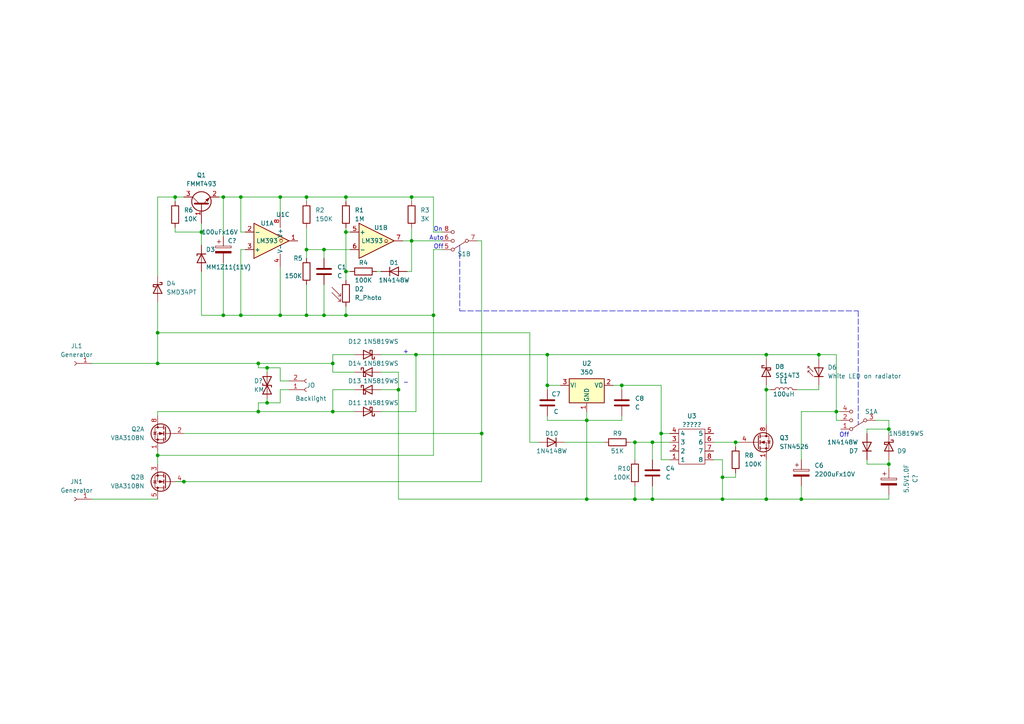
<source format=kicad_sch>
(kicad_sch (version 20211123) (generator eeschema)
  (paper "A4")
  (title_block (title "JY7070") (rev "v4"))
  (lib_symbols
    (symbol "Comparator:LM393" (pin_names (offset 0.127))
      (property "Reference" "U" (at 3.81 3.81 0))
      (property "Value" "LM393" (at 6.35 -3.81 0))
      (symbol "LM393_1_1"
        (polyline (pts (xy -5.08 5.08) (xy 5.08 0) (xy -5.08 -5.08) (xy -5.08 5.08)) (stroke (width 0.254)) (fill (type background)))
        (polyline (pts (xy 3.302 -0.508) (xy 2.794 -0.508) (xy 3.302 0) (xy 2.794 0.508) (xy 2.286 0) (xy 2.794 -0.508) (xy 2.286 -0.508)) (stroke (width 0.127)))
        (pin open_collector line (at 7.62 0 180) (length 2.54) (name "~") (number "1"))
        (pin input line (at -7.62 -2.54 0) (length 2.54) (name "-") (number "2"))
        (pin input line (at -7.62 2.54 0) (length 2.54) (name "+") (number "3"))
      )
      (symbol "LM393_2_1"
        (polyline (pts (xy -5.08 5.08) (xy 5.08 0) (xy -5.08 -5.08) (xy -5.08 5.08)) (stroke (width 0.254)) (fill (type background)))
        (polyline (pts (xy 3.302 -0.508) (xy 2.794 -0.508) (xy 3.302 0) (xy 2.794 0.508) (xy 2.286 0) (xy 2.794 -0.508) (xy 2.286 -0.508)) (stroke (width 0.127)))
        (pin input line (at -7.62 2.54 0) (length 2.54) (name "+") (number "5"))
        (pin input line (at -7.62 -2.54 0) (length 2.54) (name "-") (number "6"))
        (pin open_collector line (at 7.62 0 180) (length 2.54) (name "~") (number "7"))
      )
      (symbol "LM393_3_1"
        (pin power_in line (at -2.54 -7.62 90) (length 3.81) (name "V-") (number "4"))
        (pin power_in line (at -2.54 7.62 270) (length 3.81) (name "V+") (number "8"))
      )
    )
    (symbol "Connector:Conn_01x01_Female" (pin_names (offset 1.016) hide)
      (property "Reference" "J" (at 0 2.54 0))
      (property "Value" "Conn_01x01_Female" (at 0 -2.54 0))
      (symbol "Conn_01x01_Female_1_1"
        (polyline (pts (xy -1.27 0) (xy -0.508 0)) (stroke (width 0.1524)))
        (arc (start 0 0.508) (mid -0.508 0) (end 0 -0.508) (stroke (width 0.1524)))
        (pin passive line (at -5.08 0 0) (length 3.81) (name "Pin_1") (number "1"))
      )
    )
    (symbol "Connector:Conn_01x02_Female" (pin_names (offset 1.016) hide)
      (property "Reference" "J" (at 0 2.54 0))
      (property "Value" "Conn_01x02_Female" (at 0 -5.08 0))
      (symbol "Conn_01x02_Female_1_1"
        (arc (start 0 -2.032) (mid -0.508 -2.54) (end 0 -3.048) (stroke (width 0.1524)))
        (polyline (pts (xy -1.27 -2.54) (xy -0.508 -2.54)) (stroke (width 0.1524)))
        (polyline (pts (xy -1.27 0) (xy -0.508 0)) (stroke (width 0.1524)))
        (arc (start 0 0.508) (mid -0.508 0) (end 0 -0.508) (stroke (width 0.1524)))
        (pin passive line (at -5.08 0 0) (length 3.81) (name "Pin_1") (number "1"))
        (pin passive line (at -5.08 -2.54 0) (length 3.81) (name "Pin_2") (number "2"))
      )
    )
    (symbol "Device:C" (pin_numbers hide) (pin_names (offset 0.254))
      (property "Reference" "C" (at 0.635 2.54 0))
      (property "Value" "C" (at 0.635 -2.54 0))
      (symbol "C_0_1"
        (polyline (pts (xy -2.032 -0.762) (xy 2.032 -0.762)) (stroke (width 0.508)))
        (polyline (pts (xy -2.032 0.762) (xy 2.032 0.762)) (stroke (width 0.508)))
      )
      (symbol "C_1_1"
        (pin passive line (at 0 3.81 270) (length 2.794) (name "~") (number "1"))
        (pin passive line (at 0 -3.81 90) (length 2.794) (name "~") (number "2"))
      )
    )
    (symbol "Device:C_Polarized" (pin_numbers hide) (pin_names (offset 0.254))
      (property "Reference" "C" (at 0.635 2.54 0))
      (property "Value" "C_Polarized" (at 0.635 -2.54 0))
      (symbol "C_Polarized_0_1"
        (rectangle (start -2.286 0.508) (end 2.286 1.016))
        (polyline (pts (xy -1.778 2.286) (xy -0.762 2.286)))
        (polyline (pts (xy -1.27 2.794) (xy -1.27 1.778)))
        (rectangle (start 2.286 -0.508) (end -2.286 -1.016) (fill (type outline)))
      )
      (symbol "C_Polarized_1_1"
        (pin passive line (at 0 3.81 270) (length 2.794) (name "~") (number "1"))
        (pin passive line (at 0 -3.81 90) (length 2.794) (name "~") (number "2"))
      )
    )
    (symbol "Device:D_TVS" (pin_numbers hide) (pin_names (offset 1.016) hide)
      (property "Reference" "D" (at 0 2.54 0))
      (property "Value" "D_TVS" (at 0 -2.54 0))
      (symbol "D_TVS_0_1"
        (polyline (pts (xy 1.27 0) (xy -1.27 0)))
        (polyline (pts (xy 0.508 1.27) (xy 0 1.27) (xy 0 -1.27) (xy -0.508 -1.27)) (stroke (width 0.254)))
        (polyline (pts (xy -2.54 1.27) (xy -2.54 -1.27) (xy 2.54 1.27) (xy 2.54 -1.27) (xy -2.54 1.27)) (stroke (width 0.254)))
      )
      (symbol "D_TVS_1_1"
        (pin passive line (at -3.81 0 0) (length 2.54) (name "A1") (number "1"))
        (pin passive line (at 3.81 0 180) (length 2.54) (name "A2") (number "2"))
      )
    )
    (symbol "Device:L" (pin_numbers hide) (pin_names (offset 1.016) hide)
      (property "Reference" "L" (at -1.27 0 90))
      (property "Value" "L" (at 1.905 0 90))
      (symbol "L_0_1"
        (arc (start 0 -2.54) (mid 0.635 -1.905) (end 0 -1.27))
        (arc (start 0 -1.27) (mid 0.635 -0.635) (end 0 0))
        (arc (start 0 0) (mid 0.635 0.635) (end 0 1.27))
        (arc (start 0 1.27) (mid 0.635 1.905) (end 0 2.54))
      )
      (symbol "L_1_1"
        (pin passive line (at 0 3.81 270) (length 1.27) (name "1") (number "1"))
        (pin passive line (at 0 -3.81 90) (length 1.27) (name "2") (number "2"))
      )
    )
    (symbol "Device:R" (pin_numbers hide) (pin_names (offset 0))
      (property "Reference" "R" (at 2.032 0 90))
      (property "Value" "R" (at 0 0 90))
      (symbol "R_0_1"
        (rectangle (start -1.016 -2.54) (end 1.016 2.54) (stroke (width 0.254)))
      )
      (symbol "R_1_1"
        (pin passive line (at 0 3.81 270) (length 1.27) (name "~") (number "1"))
        (pin passive line (at 0 -3.81 90) (length 1.27) (name "~") (number "2"))
      )
    )
    (symbol "Device:R_Photo" (pin_numbers hide) (pin_names (offset 0))
      (property "Reference" "R" (at 1.27 1.27 0))
      (property "Value" "R_Photo" (at 1.27 0 0))
      (symbol "R_Photo_0_1"
        (rectangle (start -1.016 2.54) (end 1.016 -2.54) (stroke (width 0.254)))
        (polyline (pts (xy -1.524 -2.286) (xy -4.064 0.254)))
        (polyline (pts (xy -1.524 -2.286) (xy -2.286 -2.286)))
        (polyline (pts (xy -1.524 -2.286) (xy -1.524 -1.524)))
        (polyline (pts (xy -1.524 -0.762) (xy -4.064 1.778)))
        (polyline (pts (xy -1.524 -0.762) (xy -2.286 -0.762)))
        (polyline (pts (xy -1.524 -0.762) (xy -1.524 0)))
      )
      (symbol "R_Photo_1_1"
        (pin passive line (at 0 3.81 270) (length 1.27) (name "~") (number "1"))
        (pin passive line (at 0 -3.81 90) (length 1.27) (name "~") (number "2"))
      )
    )
    (symbol "Diode:1N4148W" (pin_numbers hide) (pin_names hide)
      (property "Reference" "D" (at 0 2.54 0))
      (property "Value" "1N4148W" (at 0 -2.54 0))
      (symbol "1N4148W_0_1"
        (polyline (pts (xy -1.27 1.27) (xy -1.27 -1.27)) (stroke (width 0.254)))
        (polyline (pts (xy 1.27 0) (xy -1.27 0)))
        (polyline (pts (xy 1.27 1.27) (xy 1.27 -1.27) (xy -1.27 0) (xy 1.27 1.27)) (stroke (width 0.254)))
      )
      (symbol "1N4148W_1_1"
        (pin passive line (at -3.81 0 0) (length 2.54) (name "K") (number "1"))
        (pin passive line (at 3.81 0 180) (length 2.54) (name "A") (number "2"))
      )
    )
    (symbol "Diode:1N5819WS" (pin_numbers hide) (pin_names (offset 1.016) hide)
      (property "Reference" "D" (at 0 2.54 0))
      (property "Value" "1N5819WS" (at 0 -2.54 0))
      (symbol "1N5819WS_0_1"
        (polyline (pts (xy 1.27 0) (xy -1.27 0)))
        (polyline (pts (xy 1.27 1.27) (xy 1.27 -1.27) (xy -1.27 0) (xy 1.27 1.27)) (stroke (width 0.254)))
        (polyline (pts (xy -1.905 0.635) (xy -1.905 1.27) (xy -1.27 1.27) (xy -1.27 -1.27) (xy -0.635 -1.27) (xy -0.635 -0.635)) (stroke (width 0.254)))
      )
      (symbol "1N5819WS_1_1"
        (pin passive line (at -3.81 0 0) (length 2.54) (name "K") (number "1"))
        (pin passive line (at 3.81 0 180) (length 2.54) (name "A") (number "2"))
      )
    )
    (symbol "Diode:B160-E3" (pin_numbers hide) (pin_names hide)
      (property "Reference" "D" (at 0 2.54 0))
      (property "Value" "B160-E3" (at 0 -2.54 0))
      (symbol "B160-E3_0_1"
        (polyline (pts (xy 1.27 0) (xy -1.27 0)))
        (polyline (pts (xy 1.27 1.27) (xy 1.27 -1.27) (xy -1.27 0) (xy 1.27 1.27)) (stroke (width 0.254)))
        (polyline (pts (xy -1.905 0.635) (xy -1.905 1.27) (xy -1.27 1.27) (xy -1.27 -1.27) (xy -0.635 -1.27) (xy -0.635 -0.635)) (stroke (width 0.254)))
      )
      (symbol "B160-E3_1_1"
        (pin passive line (at -3.81 0 0) (length 2.54) (name "K") (number "1"))
        (pin passive line (at 3.81 0 180) (length 2.54) (name "A") (number "2"))
      )
    )
    (symbol "Diode:BAT42W-V" (pin_numbers hide) (pin_names (offset 1.016) hide)
      (property "Reference" "D" (at 0 2.54 0))
      (property "Value" "BAT42W-V" (at 0 -2.54 0))
      (symbol "BAT42W-V_0_1"
        (polyline (pts (xy 1.27 0) (xy -1.27 0)))
        (polyline (pts (xy 1.27 1.27) (xy 1.27 -1.27) (xy -1.27 0) (xy 1.27 1.27)) (stroke (width 0.254)))
        (polyline (pts (xy -1.905 0.635) (xy -1.905 1.27) (xy -1.27 1.27) (xy -1.27 -1.27) (xy -0.635 -1.27) (xy -0.635 -0.635)) (stroke (width 0.254)))
      )
      (symbol "BAT42W-V_1_1"
        (pin passive line (at -3.81 0 0) (length 2.54) (name "K") (number "1"))
        (pin passive line (at 3.81 0 180) (length 2.54) (name "A") (number "2"))
      )
    )
    (symbol "Diode:DZ2S110X0L" (pin_numbers hide) (pin_names hide)
      (property "Reference" "D" (at 0 2.54 0))
      (property "Value" "DZ2S110X0L" (at 0 -2.54 0))
      (symbol "DZ2S110X0L_0_1"
        (polyline (pts (xy 1.27 0) (xy -1.27 0)))
        (polyline (pts (xy -1.27 -1.27) (xy -1.27 1.27) (xy -0.762 1.27)) (stroke (width 0.254)))
        (polyline (pts (xy 1.27 -1.27) (xy 1.27 1.27) (xy -1.27 0) (xy 1.27 -1.27)) (stroke (width 0.254)))
      )
      (symbol "DZ2S110X0L_1_1"
        (pin passive line (at -3.81 0 0) (length 2.54) (name "K") (number "1"))
        (pin passive line (at 3.81 0 180) (length 2.54) (name "A") (number "2"))
      )
    )
    (symbol "LED:IR204A" (pin_numbers hide) (pin_names (offset 1.016) hide)
      (property "Reference" "D" (at 0.508 1.778 0))
      (property "Value" "IR204A" (at -1.016 -2.794 0))
      (symbol "IR204A_0_1"
        (polyline (pts (xy -2.54 1.27) (xy -2.54 -1.27)) (stroke (width 0.254)))
        (polyline (pts (xy 0 0) (xy -2.54 0)))
        (polyline (pts (xy 0.381 3.175) (xy -0.127 3.175)))
        (polyline (pts (xy -1.143 1.651) (xy 0.381 3.175) (xy 0.381 2.667)))
        (polyline (pts (xy 0 1.27) (xy -2.54 0) (xy 0 -1.27) (xy 0 1.27)) (stroke (width 0.254)))
        (polyline (pts (xy -2.413 1.651) (xy -0.889 3.175) (xy -0.889 2.667) (xy -0.889 3.175) (xy -1.397 3.175)))
      )
      (symbol "IR204A_1_1"
        (pin passive line (at -5.08 0 0) (length 2.54) (name "K") (number "1"))
        (pin passive line (at 2.54 0 180) (length 2.54) (name "A") (number "2"))
      )
    )
    (symbol "Regulator_Linear:AP2127N-3.3" (pin_names (offset 0.254))
      (property "Reference" "U" (at -3.81 3.175 0))
      (property "Value" "AP2127N-3.3" (at 0 3.175 0))
      (symbol "AP2127N-3.3_0_1"
        (rectangle (start -5.08 1.905) (end 5.08 -5.08) (stroke (width 0.254)) (fill (type background)))
      )
      (symbol "AP2127N-3.3_1_1"
        (pin power_in line (at 0 -7.62 90) (length 2.54) (name "GND") (number "1"))
        (pin power_out line (at 7.62 0 180) (length 2.54) (name "VO") (number "2"))
        (pin power_in line (at -7.62 0 0) (length 2.54) (name "VI") (number "3"))
      )
    )
    (symbol "Switch:SW_DP3T" (pin_names (offset 0) hide)
      (property "Reference" "SW" (at 0 5.08 0))
      (property "Value" "SW_DP3T" (at 0 -5.08 0))
      (symbol "SW_DP3T_0_1"
        (circle (center -2.032 0) (radius 0.4572))
        (polyline (pts (xy -1.651 0.254) (xy 1.651 2.286)))
        (circle (center 2.032 -2.54) (radius 0.4572))
        (circle (center 2.032 0) (radius 0.4572))
        (circle (center 2.032 2.54) (radius 0.4572))
      )
      (symbol "SW_DP3T_1_1"
        (pin passive line (at 5.08 2.54 180) (length 2.54) (name "1") (number "1"))
        (pin passive line (at 5.08 0 180) (length 2.54) (name "2") (number "2"))
        (pin passive line (at -5.08 0 0) (length 2.54) (name "3") (number "3"))
        (pin passive line (at 5.08 -2.54 180) (length 2.54) (name "4") (number "4"))
      )
      (symbol "SW_DP3T_2_1"
        (pin passive line (at 5.08 2.54 180) (length 2.54) (name "5") (number "5"))
        (pin passive line (at 5.08 0 180) (length 2.54) (name "6") (number "6"))
        (pin passive line (at -5.08 0 0) (length 2.54) (name "7") (number "7"))
        (pin passive line (at 5.08 -2.54 180) (length 2.54) (name "8") (number "8"))
      )
    )
    (symbol "Transistor_BJT:BC847" (pin_names (offset 0) hide)
      (property "Reference" "Q" (at 5.08 1.905 0))
      (property "Value" "BC847" (at 5.08 0 0))
      (symbol "BC847_0_1"
        (polyline (pts (xy 0.635 0.635) (xy 2.54 2.54)))
        (polyline (pts (xy 0.635 -0.635) (xy 2.54 -2.54) (xy 2.54 -2.54)))
        (polyline (pts (xy 0.635 1.905) (xy 0.635 -1.905) (xy 0.635 -1.905)) (stroke (width 0.508)))
        (polyline (pts (xy 1.27 -1.778) (xy 1.778 -1.27) (xy 2.286 -2.286) (xy 1.27 -1.778) (xy 1.27 -1.778)) (fill (type outline)))
        (circle (center 1.27 0) (radius 2.8194) (stroke (width 0.254)))
      )
      (symbol "BC847_1_1"
        (pin input line (at -5.08 0 0) (length 5.715) (name "B") (number "1"))
        (pin passive line (at 2.54 -5.08 90) (length 2.54) (name "E") (number "2"))
        (pin passive line (at 2.54 5.08 270) (length 2.54) (name "C") (number "3"))
      )
    )
    (symbol "Transistor_FET:STS2DNE60" (pin_names hide)
      (property "Reference" "Q" (at 5.08 1.905 0))
      (property "Value" "STS2DNE60" (at 5.08 0 0))
      (symbol "STS2DNE60_0_1"
        (polyline (pts (xy 0.254 0) (xy -2.54 0)))
        (polyline (pts (xy 0.254 1.905) (xy 0.254 -1.905)) (stroke (width 0.254)))
        (polyline (pts (xy 0.762 -1.27) (xy 0.762 -2.286)) (stroke (width 0.254)))
        (polyline (pts (xy 0.762 0.508) (xy 0.762 -0.508)) (stroke (width 0.254)))
        (polyline (pts (xy 0.762 2.286) (xy 0.762 1.27)) (stroke (width 0.254)))
        (polyline (pts (xy 2.54 2.54) (xy 2.54 1.778)))
        (polyline (pts (xy 2.54 -2.54) (xy 2.54 0) (xy 0.762 0)))
        (polyline (pts (xy 0.762 -1.778) (xy 3.302 -1.778) (xy 3.302 1.778) (xy 0.762 1.778)))
        (polyline (pts (xy 1.016 0) (xy 2.032 0.381) (xy 2.032 -0.381) (xy 1.016 0)) (fill (type outline)))
        (polyline (pts (xy 2.794 0.508) (xy 2.921 0.381) (xy 3.683 0.381) (xy 3.81 0.254)))
        (polyline (pts (xy 3.302 0.381) (xy 2.921 -0.254) (xy 3.683 -0.254) (xy 3.302 0.381)))
        (circle (center 1.651 0) (radius 2.794) (stroke (width 0.254)))
        (circle (center 2.54 -1.778) (radius 0.254) (fill (type outline)))
        (circle (center 2.54 1.778) (radius 0.254) (fill (type outline)))
      )
      (symbol "STS2DNE60_1_1"
        (pin passive line (at 2.54 -5.08 90) (length 2.54) (name "S1") (number "1"))
        (pin passive line (at -5.08 0 0) (length 2.54) (name "G1") (number "2"))
        (pin passive line (at 2.54 5.08 270) (length 2.54) hide (name "D1") (number "7"))
        (pin passive line (at 2.54 5.08 270) (length 2.54) (name "D1") (number "8"))
      )
      (symbol "STS2DNE60_2_1"
        (pin passive line (at 2.54 -5.08 90) (length 2.54) (name "S2") (number "3"))
        (pin passive line (at -5.08 0 0) (length 2.54) (name "G2") (number "4"))
        (pin passive line (at 2.54 5.08 270) (length 2.54) (name "D2") (number "5"))
        (pin passive line (at 2.54 5.08 270) (length 2.54) hide (name "D2") (number "6"))
      )
    )
    (symbol "Transistor_FET:Si4162DY" (pin_names hide)
      (property "Reference" "Q" (at 5.08 2.54 0))
      (property "Value" "Si4162DY" (at 5.08 0 0))
      (symbol "Si4162DY_0_1"
        (polyline (pts (xy 0.254 0) (xy -2.54 0)))
        (polyline (pts (xy 0.254 1.905) (xy 0.254 -1.905)) (stroke (width 0.254)))
        (polyline (pts (xy 0.762 -1.27) (xy 0.762 -2.286)) (stroke (width 0.254)))
        (polyline (pts (xy 0.762 0.508) (xy 0.762 -0.508)) (stroke (width 0.254)))
        (polyline (pts (xy 0.762 2.286) (xy 0.762 1.27)) (stroke (width 0.254)))
        (polyline (pts (xy 2.54 2.54) (xy 2.54 1.778)))
        (polyline (pts (xy 2.54 -2.54) (xy 2.54 0) (xy 0.762 0)))
        (polyline (pts (xy 0.762 -1.778) (xy 3.302 -1.778) (xy 3.302 1.778) (xy 0.762 1.778)))
        (polyline (pts (xy 1.016 0) (xy 2.032 0.381) (xy 2.032 -0.381) (xy 1.016 0)) (fill (type outline)))
        (polyline (pts (xy 2.794 0.508) (xy 2.921 0.381) (xy 3.683 0.381) (xy 3.81 0.254)))
        (polyline (pts (xy 3.302 0.381) (xy 2.921 -0.254) (xy 3.683 -0.254) (xy 3.302 0.381)))
        (circle (center 1.651 0) (radius 2.794) (stroke (width 0.254)))
        (circle (center 2.54 -1.778) (radius 0.254) (fill (type outline)))
        (circle (center 2.54 1.778) (radius 0.254) (fill (type outline)))
      )
      (symbol "Si4162DY_1_1"
        (pin passive line (at 2.54 -5.08 90) (length 2.54) (name "S") (number "1"))
        (pin passive line (at 2.54 -5.08 90) (length 2.54) hide (name "S") (number "2"))
        (pin passive line (at 2.54 -5.08 90) (length 2.54) hide (name "S") (number "3"))
        (pin input line (at -5.08 0 0) (length 2.54) (name "G") (number "4"))
        (pin passive line (at 2.54 5.08 270) (length 2.54) hide (name "D") (number "5"))
        (pin passive line (at 2.54 5.08 270) (length 2.54) hide (name "D") (number "6"))
        (pin passive line (at 2.54 5.08 270) (length 2.54) hide (name "D") (number "7"))
        (pin passive line (at 2.54 5.08 270) (length 2.54) (name "D") (number "8"))
      )
    )
    (symbol "jy7070v4_chips:U3"
      (property "Reference" "U?" (at 0 10.16 0))
      (property "Value" "U3" (at 0 7.62 0))
      (symbol "U3_0_1"
        (rectangle (start -3.81 6.35) (end 3.81 -3.81))
      )
      (symbol "U3_1_1"
        (pin input line (at 6.35 -2.54 180) (length 2.54) (name "1") (number "1"))
        (pin input line (at 6.35 0 180) (length 2.54) (name "2") (number "2"))
        (pin input line (at 6.35 2.54 180) (length 2.54) (name "3") (number "3"))
        (pin input line (at 6.35 5.08 180) (length 2.54) (name "4") (number "4"))
        (pin input line (at -6.35 5.08 0) (length 2.54) (name "5") (number "5"))
        (pin input line (at -6.35 2.54 0) (length 2.54) (name "6") (number "6"))
        (pin input line (at -6.35 0 0) (length 2.54) (name "7") (number "7"))
        (pin input line (at -6.35 -2.54 0) (length 2.54) (name "8") (number "8"))
      )
    )
  )
  (junction (at 58.42 67.31))
  (junction (at 64.77 91.44))
  (junction (at 189.23 128.27))
  (junction (at 74.93 105.41))
  (junction (at 100.33 57.15))
  (junction (at 96.52 105.41))
  (junction (at 139.7 125.73))
  (junction (at 88.9 57.15))
  (junction (at 209.55 144.78))
  (junction (at 170.18 144.78))
  (junction (at 170.18 121.92))
  (junction (at 100.33 67.31))
  (junction (at 53.34 139.7))
  (junction (at 93.98 91.44))
  (junction (at 100.33 78.74))
  (junction (at 222.25 113.03))
  (junction (at 64.77 57.15))
  (junction (at 119.38 69.85))
  (junction (at 93.98 72.39))
  (junction (at 77.47 106.68))
  (junction (at 222.25 144.78))
  (junction (at 81.28 57.15))
  (junction (at 74.93 119.38))
  (junction (at 81.28 91.44))
  (junction (at 184.15 144.78))
  (junction (at 242.57 119.38))
  (junction (at 69.85 57.15))
  (junction (at 213.36 128.27))
  (junction (at 158.75 111.76))
  (junction (at 100.33 91.44))
  (junction (at 237.49 102.87))
  (junction (at 180.34 111.76))
  (junction (at 45.72 96.52))
  (junction (at 257.81 124.46))
  (junction (at 189.23 144.78))
  (junction (at 96.52 119.38))
  (junction (at 257.81 134.62))
  (junction (at 120.65 102.87))
  (junction (at 125.73 91.44))
  (junction (at 50.8 57.15))
  (junction (at 232.41 144.78))
  (junction (at 77.47 116.84))
  (junction (at 158.75 102.87))
  (junction (at 88.9 72.39))
  (junction (at 191.77 125.73))
  (junction (at 45.72 132.08))
  (junction (at 184.15 128.27))
  (junction (at 119.38 57.15))
  (junction (at 88.9 91.44))
  (junction (at 45.72 105.41))
  (junction (at 209.55 138.43))
  (junction (at 69.85 91.44))
  (junction (at 222.25 102.87))
  (junction (at 115.57 113.03))
  (wire (pts (xy 88.9 57.15) (xy 100.33 57.15)))
  (wire (pts (xy 45.72 105.41) (xy 26.67 105.41)))
  (wire (pts (xy 180.34 111.76) (xy 180.34 113.03)))
  (wire (pts (xy 102.87 113.03) (xy 96.52 113.03)))
  (wire (pts (xy 110.49 102.87) (xy 120.65 102.87)))
  (wire (pts (xy 96.52 105.41) (xy 96.52 102.87)))
  (wire (pts (xy 257.81 144.78) (xy 232.41 144.78)))
  (wire (pts (xy 100.33 57.15) (xy 100.33 58.42)))
  (wire (pts (xy 69.85 57.15) (xy 69.85 67.31)))
  (wire (pts (xy 139.7 125.73) (xy 139.7 139.7)))
  (wire (pts (xy 96.52 119.38) (xy 102.87 119.38)))
  (wire (pts (xy 257.81 134.62) (xy 257.81 133.35)))
  (wire (pts (xy 69.85 72.39) (xy 69.85 91.44)))
  (wire (pts (xy 88.9 82.55) (xy 88.9 91.44)))
  (wire (pts (xy 81.28 91.44) (xy 69.85 91.44)))
  (wire (pts (xy 50.8 139.7) (xy 53.34 139.7)))
  (wire (pts (xy 177.8 111.76) (xy 180.34 111.76)))
  (wire (pts (xy 156.21 128.27) (xy 153.67 128.27)))
  (wire (pts (xy 120.65 102.87) (xy 120.65 119.38)))
  (wire (pts (xy 96.52 113.03) (xy 96.52 119.38)))
  (wire (pts (xy 81.28 113.03) (xy 81.28 116.84)))
  (wire (pts (xy 180.34 111.76) (xy 191.77 111.76)))
  (wire (pts (xy 81.28 57.15) (xy 69.85 57.15)))
  (wire (pts (xy 189.23 128.27) (xy 194.31 128.27)))
  (wire (pts (xy 189.23 128.27) (xy 184.15 128.27)))
  (wire (pts (xy 237.49 102.87) (xy 242.57 102.87)))
  (wire (pts (xy 53.34 57.15) (xy 50.8 57.15)))
  (wire (pts (xy 77.47 116.84) (xy 81.28 116.84)))
  (wire (pts (xy 74.93 116.84) (xy 74.93 119.38)))
  (wire (pts (xy 53.34 125.73) (xy 139.7 125.73)))
  (wire (pts (xy 242.57 119.38) (xy 242.57 121.92)))
  (wire (pts (xy 64.77 68.58) (xy 64.77 57.15)))
  (wire (pts (xy 209.55 138.43) (xy 209.55 144.78)))
  (polyline (pts (xy 133.35 90.17) (xy 248.92 90.17)))
  (wire (pts (xy 125.73 72.39) (xy 128.27 72.39)))
  (wire (pts (xy 69.85 72.39) (xy 71.12 72.39)))
  (wire (pts (xy 77.47 106.68) (xy 81.28 106.68)))
  (wire (pts (xy 96.52 105.41) (xy 96.52 107.95)))
  (wire (pts (xy 158.75 102.87) (xy 222.25 102.87)))
  (wire (pts (xy 50.8 67.31) (xy 58.42 67.31)))
  (wire (pts (xy 115.57 107.95) (xy 115.57 113.03)))
  (wire (pts (xy 254 121.92) (xy 257.81 121.92)))
  (wire (pts (xy 180.34 120.65) (xy 180.34 121.92)))
  (wire (pts (xy 213.36 128.27) (xy 214.63 128.27)))
  (wire (pts (xy 213.36 128.27) (xy 213.36 129.54)))
  (wire (pts (xy 120.65 102.87) (xy 158.75 102.87)))
  (wire (pts (xy 45.72 105.41) (xy 74.93 105.41)))
  (wire (pts (xy 153.67 128.27) (xy 153.67 96.52)))
  (wire (pts (xy 69.85 67.31) (xy 71.12 67.31)))
  (wire (pts (xy 251.46 124.46) (xy 257.81 124.46)))
  (wire (pts (xy 88.9 72.39) (xy 88.9 74.93)))
  (wire (pts (xy 232.41 144.78) (xy 232.41 140.97)))
  (wire (pts (xy 77.47 106.68) (xy 77.47 107.95)))
  (wire (pts (xy 81.28 62.23) (xy 81.28 57.15)))
  (wire (pts (xy 45.72 119.38) (xy 74.93 119.38)))
  (wire (pts (xy 64.77 57.15) (xy 69.85 57.15)))
  (wire (pts (xy 110.49 113.03) (xy 115.57 113.03)))
  (wire (pts (xy 74.93 119.38) (xy 96.52 119.38)))
  (polyline (pts (xy 133.35 71.12) (xy 133.35 90.17)))
  (wire (pts (xy 243.84 121.92) (xy 242.57 121.92)))
  (wire (pts (xy 96.52 102.87) (xy 102.87 102.87)))
  (wire (pts (xy 125.73 67.31) (xy 125.73 57.15)))
  (wire (pts (xy 139.7 69.85) (xy 139.7 125.73)))
  (wire (pts (xy 251.46 125.73) (xy 251.46 124.46)))
  (wire (pts (xy 50.8 57.15) (xy 50.8 58.42)))
  (wire (pts (xy 63.5 57.15) (xy 64.77 57.15)))
  (wire (pts (xy 153.67 96.52) (xy 45.72 96.52)))
  (wire (pts (xy 45.72 132.08) (xy 125.73 132.08)))
  (wire (pts (xy 115.57 113.03) (xy 115.57 144.78)))
  (wire (pts (xy 180.34 121.92) (xy 170.18 121.92)))
  (wire (pts (xy 81.28 57.15) (xy 88.9 57.15)))
  (wire (pts (xy 50.8 57.15) (xy 45.72 57.15)))
  (wire (pts (xy 184.15 128.27) (xy 182.88 128.27)))
  (wire (pts (xy 251.46 133.35) (xy 251.46 134.62)))
  (wire (pts (xy 257.81 121.92) (xy 257.81 124.46)))
  (wire (pts (xy 207.01 128.27) (xy 213.36 128.27)))
  (wire (pts (xy 74.93 116.84) (xy 77.47 116.84)))
  (wire (pts (xy 88.9 66.04) (xy 88.9 72.39)))
  (wire (pts (xy 74.93 106.68) (xy 74.93 105.41)))
  (wire (pts (xy 119.38 57.15) (xy 125.73 57.15)))
  (wire (pts (xy 64.77 76.2) (xy 64.77 91.44)))
  (wire (pts (xy 93.98 74.93) (xy 93.98 72.39)))
  (wire (pts (xy 100.33 91.44) (xy 125.73 91.44)))
  (wire (pts (xy 119.38 57.15) (xy 119.38 58.42)))
  (wire (pts (xy 81.28 113.03) (xy 83.82 113.03)))
  (wire (pts (xy 88.9 57.15) (xy 88.9 58.42)))
  (wire (pts (xy 77.47 115.57) (xy 77.47 116.84)))
  (wire (pts (xy 194.31 125.73) (xy 191.77 125.73)))
  (wire (pts (xy 189.23 144.78) (xy 189.23 140.97)))
  (wire (pts (xy 170.18 119.38) (xy 170.18 121.92)))
  (wire (pts (xy 257.81 134.62) (xy 251.46 134.62)))
  (polyline (pts (xy 248.92 90.17) (xy 248.92 123.19)))
  (wire (pts (xy 58.42 67.31) (xy 58.42 71.12)))
  (wire (pts (xy 125.73 72.39) (xy 125.73 91.44)))
  (wire (pts (xy 100.33 66.04) (xy 100.33 67.31)))
  (wire (pts (xy 158.75 121.92) (xy 170.18 121.92)))
  (wire (pts (xy 58.42 67.31) (xy 58.42 64.77)))
  (wire (pts (xy 115.57 144.78) (xy 170.18 144.78)))
  (wire (pts (xy 45.72 130.81) (xy 45.72 132.08)))
  (wire (pts (xy 74.93 106.68) (xy 77.47 106.68)))
  (wire (pts (xy 100.33 78.74) (xy 100.33 67.31)))
  (wire (pts (xy 116.84 69.85) (xy 119.38 69.85)))
  (wire (pts (xy 209.55 144.78) (xy 222.25 144.78)))
  (wire (pts (xy 45.72 57.15) (xy 45.72 80.01)))
  (wire (pts (xy 125.73 67.31) (xy 128.27 67.31)))
  (wire (pts (xy 222.25 133.35) (xy 222.25 144.78)))
  (wire (pts (xy 222.25 144.78) (xy 232.41 144.78)))
  (wire (pts (xy 45.72 120.65) (xy 45.72 119.38)))
  (wire (pts (xy 184.15 144.78) (xy 189.23 144.78)))
  (wire (pts (xy 257.81 134.62) (xy 257.81 135.89)))
  (wire (pts (xy 222.25 102.87) (xy 222.25 104.14)))
  (wire (pts (xy 93.98 82.55) (xy 93.98 91.44)))
  (wire (pts (xy 158.75 111.76) (xy 162.56 111.76)))
  (wire (pts (xy 213.36 137.16) (xy 213.36 138.43)))
  (wire (pts (xy 213.36 138.43) (xy 209.55 138.43)))
  (wire (pts (xy 237.49 113.03) (xy 231.14 113.03)))
  (wire (pts (xy 88.9 72.39) (xy 93.98 72.39)))
  (wire (pts (xy 100.33 88.9) (xy 100.33 91.44)))
  (wire (pts (xy 257.81 143.51) (xy 257.81 144.78)))
  (wire (pts (xy 83.82 110.49) (xy 81.28 110.49)))
  (wire (pts (xy 110.49 78.74) (xy 109.22 78.74)))
  (wire (pts (xy 100.33 67.31) (xy 101.6 67.31)))
  (wire (pts (xy 194.31 133.35) (xy 191.77 133.35)))
  (wire (pts (xy 222.25 113.03) (xy 223.52 113.03)))
  (wire (pts (xy 222.25 111.76) (xy 222.25 113.03)))
  (wire (pts (xy 81.28 110.49) (xy 81.28 106.68)))
  (wire (pts (xy 93.98 91.44) (xy 100.33 91.44)))
  (wire (pts (xy 189.23 144.78) (xy 209.55 144.78)))
  (wire (pts (xy 158.75 111.76) (xy 158.75 113.03)))
  (wire (pts (xy 118.11 78.74) (xy 119.38 78.74)))
  (wire (pts (xy 237.49 111.76) (xy 237.49 113.03)))
  (wire (pts (xy 184.15 140.97) (xy 184.15 144.78)))
  (wire (pts (xy 58.42 91.44) (xy 64.77 91.44)))
  (wire (pts (xy 88.9 91.44) (xy 93.98 91.44)))
  (wire (pts (xy 96.52 107.95) (xy 102.87 107.95)))
  (wire (pts (xy 209.55 133.35) (xy 209.55 138.43)))
  (wire (pts (xy 242.57 102.87) (xy 242.57 119.38)))
  (wire (pts (xy 222.25 123.19) (xy 222.25 113.03)))
  (wire (pts (xy 170.18 121.92) (xy 170.18 144.78)))
  (wire (pts (xy 139.7 139.7) (xy 53.34 139.7)))
  (wire (pts (xy 184.15 144.78) (xy 170.18 144.78)))
  (wire (pts (xy 64.77 91.44) (xy 69.85 91.44)))
  (wire (pts (xy 242.57 119.38) (xy 232.41 119.38)))
  (wire (pts (xy 191.77 125.73) (xy 191.77 133.35)))
  (wire (pts (xy 45.72 96.52) (xy 45.72 105.41)))
  (wire (pts (xy 189.23 128.27) (xy 189.23 133.35)))
  (wire (pts (xy 232.41 119.38) (xy 232.41 133.35)))
  (wire (pts (xy 158.75 120.65) (xy 158.75 121.92)))
  (wire (pts (xy 110.49 119.38) (xy 120.65 119.38)))
  (wire (pts (xy 119.38 69.85) (xy 119.38 78.74)))
  (wire (pts (xy 45.72 87.63) (xy 45.72 96.52)))
  (wire (pts (xy 110.49 107.95) (xy 115.57 107.95)))
  (wire (pts (xy 45.72 144.78) (xy 26.67 144.78)))
  (wire (pts (xy 119.38 66.04) (xy 119.38 69.85)))
  (wire (pts (xy 242.57 119.38) (xy 243.84 119.38)))
  (wire (pts (xy 45.72 132.08) (xy 45.72 134.62)))
  (wire (pts (xy 125.73 132.08) (xy 125.73 91.44)))
  (wire (pts (xy 158.75 102.87) (xy 158.75 111.76)))
  (wire (pts (xy 58.42 78.74) (xy 58.42 91.44)))
  (wire (pts (xy 119.38 69.85) (xy 128.27 69.85)))
  (wire (pts (xy 100.33 81.28) (xy 100.33 78.74)))
  (wire (pts (xy 209.55 133.35) (xy 207.01 133.35)))
  (wire (pts (xy 50.8 66.04) (xy 50.8 67.31)))
  (wire (pts (xy 81.28 91.44) (xy 88.9 91.44)))
  (wire (pts (xy 191.77 111.76) (xy 191.77 125.73)))
  (wire (pts (xy 74.93 105.41) (xy 96.52 105.41)))
  (wire (pts (xy 139.7 69.85) (xy 138.43 69.85)))
  (wire (pts (xy 81.28 77.47) (xy 81.28 91.44)))
  (wire (pts (xy 184.15 128.27) (xy 184.15 133.35)))
  (wire (pts (xy 100.33 57.15) (xy 119.38 57.15)))
  (wire (pts (xy 163.83 128.27) (xy 175.26 128.27)))
  (wire (pts (xy 237.49 102.87) (xy 237.49 104.14)))
  (wire (pts (xy 100.33 78.74) (xy 101.6 78.74)))
  (wire (pts (xy 93.98 72.39) (xy 101.6 72.39)))
  (wire (pts (xy 257.81 124.46) (xy 257.81 125.73)))
  (wire (pts (xy 222.25 102.87) (xy 237.49 102.87)))
  (text "On" (at 125.73 67.31 0) (effects (font (size 1.27 1.27)) (justify left bottom)))
  (text "-" (at 116.84 111.76 0) (effects (font (size 1.27 1.27)) (justify left bottom)))
  (text "Auto" (at 124.46 69.85 0) (effects (font (size 1.27 1.27)) (justify left bottom)))
  (text "Off" (at 125.73 72.39 0) (effects (font (size 1.27 1.27)) (justify left bottom)))
  (text "+" (at 116.84 102.87 0) (effects (font (size 1.27 1.27)) (justify left bottom)))
  (text "Off" (at 246.38 127 180) (effects (font (size 1.27 1.27)) (justify right bottom)))
  (symbol (lib_id "Device:R") (at 179.07 128.27 270) (unit 1)
    (property "Reference" "R9" (at 179.07 125.73 90))
    (property "Value" "51K" (at 179.07 130.81 90))
  )
  (symbol (lib_id "Diode:DZ2S110X0L") (at 58.42 74.93 90) (mirror x) (unit 1)
    (property "Reference" "D3" (at 59.69 72.39 90) (effects (justify right)))
    (property "Value" "MM1Z11(11V)" (at 59.69 77.47 90) (effects (justify right)))
    (property "Footprint" "Diode_SMD:D_SOD-523" (effects hide))
    (property "Datasheet" "https://industrial.panasonic.com/content/data/SC/ds/ds4/DZ2S11000L_E.pdf" (effects hide))
  )
  (symbol (lib_id "Device:D_TVS") (at 77.47 111.76 90) (unit 1)
    (property "Reference" "D?" (at 73.66 110.49 90) (effects (justify right)))
    (property "Value" "KM" (at 73.66 113.03 90) (effects (justify right)))
    (property "Footprint" "Diode_SMD:D_SMA" (effects hide))
  )
  (symbol (lib_id "Device:L") (at 227.33 113.03 90) (unit 1)
    (property "Reference" "L1" (at 227.33 110.49 90))
    (property "Value" "100uH" (at 227.33 114.3 90))
  )
  (symbol (lib_id "Device:R") (at 105.41 78.74 270) (unit 1)
    (property "Reference" "R4" (at 105.41 76.2 90))
    (property "Value" "100K" (at 105.41 81.28 90))
  )
  (symbol (lib_id "Diode:1N5819WS") (at 106.68 107.95 0) (unit 1)
    (property "Reference" "D14" (at 102.87 105.41 0))
    (property "Value" "1N5819WS" (at 110.49 105.41 0))
    (property "Footprint" "Diode_SMD:D_SOD-323" (effects hide))
    (property "Datasheet" "https://datasheet.lcsc.com/lcsc/2204281430_Guangdong-Hottech-1N5819WS_C191023.pdf" (effects hide))
  )
  (symbol (lib_id "Diode:1N5819WS") (at 106.68 113.03 0) (unit 1)
    (property "Reference" "D13" (at 102.87 110.49 0))
    (property "Value" "1N5819WS" (at 110.49 110.49 0))
    (property "Footprint" "Diode_SMD:D_SOD-323" (effects hide))
    (property "Datasheet" "https://datasheet.lcsc.com/lcsc/2204281430_Guangdong-Hottech-1N5819WS_C191023.pdf" (effects hide))
  )
  (symbol (lib_id "Transistor_FET:STS2DNE60") (at 48.26 125.73 0) (mirror y) (unit 1)
    (property "Reference" "Q2" (at 41.91 124.4599 0) (effects (justify left)))
    (property "Value" "VBA3108N" (at 41.91 126.9999 0) (effects (justify left)))
    (property "Footprint" "Package_SO:SOIC-8_3.9x4.9mm_P1.27mm" (effects hide))
    (property "Datasheet" "https://www.st.com/resource/en/datasheet/CD00001537.pdf" (effects hide))
  )
  (symbol (lib_id "Device:C_Polarized") (at 232.41 137.16 0) (unit 1)
    (property "Reference" "C6" (at 236.22 135.0009 0) (effects (justify left)))
    (property "Value" "2200uFx10V" (at 236.22 137.5409 0) (effects (justify left)))
  )
  (symbol (lib_id "Diode:B160-E3") (at 222.25 107.95 90) (mirror x) (unit 1)
    (property "Reference" "D8" (at 224.79 106.3624 90) (effects (justify right)))
    (property "Value" "SS14T3" (at 224.79 108.9024 90) (effects (justify right)))
    (property "Footprint" "Diode_SMD:D_SMA" (effects hide))
    (property "Datasheet" "http://www.vishay.com/docs/88946/b120.pdf" (effects hide))
  )
  (symbol (lib_id "Switch:SW_DP3T") (at 248.92 121.92 180) (unit 1)
    (property "Reference" "S1" (at 252.73 119.38 0))
    (property "Value" "SW_DP3T" (effects hide))
  )
  (symbol (lib_id "Device:C") (at 189.23 137.16 0) (unit 1)
    (property "Reference" "C4" (at 193.04 135.8899 0) (effects (justify left)))
    (property "Value" "C" (at 193.04 138.4299 0) (effects (justify left)))
  )
  (symbol (lib_id "Diode:1N4148W") (at 160.02 128.27 180) (unit 1)
    (property "Reference" "D10" (at 160.02 125.73 0))
    (property "Value" "1N4148W" (at 160.02 130.81 0))
    (property "Footprint" "Diode_SMD:D_SOD-123" (effects hide))
    (property "Datasheet" "https://www.vishay.com/docs/85748/1n4148w.pdf" (effects hide))
  )
  (symbol (lib_id "Device:C") (at 158.75 116.84 0) (unit 1)
    (property "Reference" "C7" (at 161.29 114.3 0))
    (property "Value" "C" (at 161.29 119.38 0))
  )
  (symbol (lib_id "Connector:Conn_01x01_Female") (at 21.59 144.78 180) (unit 1)
    (property "Reference" "JN1" (at 22.225 139.7 0))
    (property "Value" "Generator" (at 22.225 142.24 0))
  )
  (symbol (lib_id "Comparator:LM393") (at 78.74 69.85 0) (mirror x) (unit 1)
    (property "Reference" "U1" (at 77.47 64.77 0))
    (property "Value" "LM393" (at 77.47 69.85 0))
    (property "Datasheet" "http://www.ti.com/lit/ds/symlink/lm393.pdf" (effects hide))
  )
  (symbol (lib_id "Comparator:LM393") (at 83.82 69.85 0) (unit 3)
    (property "Reference" "U1" (at 80.01 62.23 0) (effects (justify left)))
    (property "Value" "LM393" (effects hide))
    (property "Datasheet" "http://www.ti.com/lit/ds/symlink/lm393.pdf" (effects hide))
  )
  (symbol (lib_id "Switch:SW_DP3T") (at 133.35 69.85 180) (unit 2)
    (property "Reference" "S1" (at 134.62 73.66 0))
    (property "Value" "SW_DP3T" (effects hide))
  )
  (symbol (lib_id "Regulator_Linear:AP2127N-3.3") (at 170.18 111.76 0) (unit 1)
    (property "Reference" "U2" (at 170.18 105.41 0))
    (property "Value" "350" (at 170.18 107.95 0))
    (property "Footprint" "Package_TO_SOT_SMD:SOT-23" (effects hide))
    (property "Datasheet" "https://www.diodes.com/assets/Datasheets/AP2127.pdf" (effects hide))
  )
  (symbol (lib_id "Transistor_BJT:BC847") (at 58.42 59.69 90) (unit 1)
    (property "Reference" "Q1" (at 58.42 50.8 90))
    (property "Value" "FMMT493" (at 58.42 53.34 90))
    (property "Footprint" "Package_TO_SOT_SMD:SOT-23" (effects hide))
    (property "Datasheet" "http://www.infineon.com/dgdl/Infineon-BC847SERIES_BC848SERIES_BC849SERIES_BC850SERIES-DS-v01_01-en.pdf?fileId=db3a304314dca389011541d4630a1657" (effects hide))
  )
  (symbol (lib_id "Device:R") (at 119.38 62.23 0) (unit 1)
    (property "Reference" "R3" (at 121.92 60.9599 0) (effects (justify left)))
    (property "Value" "3K" (at 121.92 63.4999 0) (effects (justify left)))
  )
  (symbol (lib_id "Device:C") (at 180.34 116.84 0) (unit 1)
    (property "Reference" "C8" (at 184.15 115.5699 0) (effects (justify left)))
    (property "Value" "C" (at 184.15 118.1099 0) (effects (justify left)))
  )
  (symbol (lib_id "Device:C_Polarized") (at 257.81 139.7 0) (unit 1)
    (property "Reference" "C?" (at 265.43 138.811 90))
    (property "Value" "5.5V1.0F" (at 262.89 138.811 90))
  )
  (symbol (lib_id "LED:IR204A") (at 237.49 106.68 90) (unit 1)
    (property "Reference" "D6" (at 240.03 106.5529 90) (effects (justify right)))
    (property "Value" "White LED on radiator" (at 240.03 109.0929 90) (effects (justify right)))
    (property "Footprint" "LED_THT:LED_D3.0mm_IRBlack" (effects hide))
    (property "Datasheet" "http://www.everlight.com/file/ProductFile/IR204-A.pdf" (effects hide))
  )
  (symbol (lib_id "Device:R") (at 88.9 62.23 0) (unit 1)
    (property "Reference" "R2" (at 91.44 60.9599 0) (effects (justify left)))
    (property "Value" "150K" (at 91.44 63.4999 0) (effects (justify left)))
  )
  (symbol (lib_id "jy7070v4_chips:U3") (at 200.66 130.81 0) (mirror y) (unit 1)
    (property "Reference" "U3" (at 200.66 120.65 0))
    (property "Value" "?????" (at 200.66 123.19 0))
  )
  (symbol (lib_id "Diode:BAT42W-V") (at 45.72 83.82 270) (unit 1)
    (property "Reference" "D4" (at 48.26 82.2324 90) (effects (justify left)))
    (property "Value" "SMD34PT" (at 48.26 84.7724 90) (effects (justify left)))
    (property "Footprint" "Diode_SMD:D_SOD-123" (effects hide))
    (property "Datasheet" "http://www.vishay.com/docs/85660/bat42.pdf" (effects hide))
  )
  (symbol (lib_id "Connector:Conn_01x02_Female") (at 88.9 113.03 0) (mirror x) (unit 1)
    (property "Reference" "JO" (at 90.17 111.76 0))
    (property "Value" "Backlight" (at 90.17 115.57 0))
  )
  (symbol (lib_id "Diode:1N4148W") (at 114.3 78.74 0) (unit 1)
    (property "Reference" "D1" (at 114.3 76.2 0))
    (property "Value" "1N4148W" (at 114.3 81.28 0))
    (property "Footprint" "Diode_SMD:D_SOD-123" (effects hide))
    (property "Datasheet" "https://www.vishay.com/docs/85748/1n4148w.pdf" (effects hide))
  )
  (symbol (lib_id "Device:R") (at 184.15 137.16 180) (unit 1)
    (property "Reference" "R10" (at 179.07 135.89 0) (effects (justify right)))
    (property "Value" "100K" (at 177.8 138.43 0) (effects (justify right)))
  )
  (symbol (lib_id "Device:C") (at 93.98 78.74 0) (unit 1)
    (property "Reference" "C1" (at 97.79 77.4699 0) (effects (justify left)))
    (property "Value" "C" (at 97.79 80.0099 0) (effects (justify left)))
  )
  (symbol (lib_id "Device:R_Photo") (at 100.33 85.09 0) (unit 1)
    (property "Reference" "D2" (at 102.87 83.8199 0) (effects (justify left)))
    (property "Value" "R_Photo" (at 102.87 86.3599 0) (effects (justify left)))
  )
  (symbol (lib_id "Transistor_FET:STS2DNE60") (at 48.26 139.7 180) (unit 2)
    (property "Reference" "Q2" (at 41.91 138.4299 0) (effects (justify left)))
    (property "Value" "VBA3108N" (at 41.91 140.9699 0) (effects (justify left)))
    (property "Footprint" "Package_SO:SOIC-8_3.9x4.9mm_P1.27mm" (effects hide))
    (property "Datasheet" "https://www.st.com/resource/en/datasheet/CD00001537.pdf" (effects hide))
  )
  (symbol (lib_id "Device:R") (at 100.33 62.23 180) (unit 1)
    (property "Reference" "R1" (at 102.87 60.9599 0) (effects (justify right)))
    (property "Value" "1M" (at 102.87 63.4999 0) (effects (justify right)))
  )
  (symbol (lib_id "Device:R") (at 88.9 78.74 0) (unit 1)
    (property "Reference" "R5" (at 85.09 74.93 0) (effects (justify left)))
    (property "Value" "150K" (at 82.55 80.01 0) (effects (justify left)))
  )
  (symbol (lib_id "Diode:1N5819WS") (at 106.68 119.38 180) (unit 1)
    (property "Reference" "D11" (at 102.87 116.84 0))
    (property "Value" "1N5819WS" (at 110.49 116.84 0))
    (property "Footprint" "Diode_SMD:D_SOD-323" (effects hide))
    (property "Datasheet" "https://datasheet.lcsc.com/lcsc/2204281430_Guangdong-Hottech-1N5819WS_C191023.pdf" (effects hide))
  )
  (symbol (lib_id "Diode:1N4148W") (at 251.46 129.54 90) (unit 1)
    (property "Reference" "D7" (at 248.92 130.8101 90) (effects (justify left)))
    (property "Value" "1N4148W" (at 248.92 128.2701 90) (effects (justify left)))
    (property "Footprint" "Diode_SMD:D_SOD-123" (effects hide))
    (property "Datasheet" "https://www.vishay.com/docs/85748/1n4148w.pdf" (effects hide))
  )
  (symbol (lib_id "Transistor_FET:Si4162DY") (at 219.71 128.27 0) (unit 1)
    (property "Reference" "Q3" (at 226.06 126.9999 0) (effects (justify left)))
    (property "Value" "STN4526" (at 226.06 129.5399 0) (effects (justify left)))
    (property "Footprint" "Package_SO:SOIC-8_3.9x4.9mm_P1.27mm" (effects hide))
    (property "Datasheet" "http://www.vishay.com/docs/68967/si4162dy.pdf" (effects hide))
  )
  (symbol (lib_id "Device:C_Polarized") (at 64.77 72.39 0) (unit 1)
    (property "Reference" "C?" (at 66.04 69.85 0) (effects (justify left)))
    (property "Value" "100uFx16V" (at 58.42 67.31 0) (effects (justify left)))
  )
  (symbol (lib_id "Device:R") (at 213.36 133.35 0) (unit 1)
    (property "Reference" "R8" (at 215.9 132.0799 0) (effects (justify left)))
    (property "Value" "100K" (at 215.9 134.6199 0) (effects (justify left)))
  )
  (symbol (lib_id "Connector:Conn_01x01_Female") (at 21.59 105.41 180) (unit 1)
    (property "Reference" "JL1" (at 22.225 100.33 0))
    (property "Value" "Generator" (at 22.225 102.87 0))
  )
  (symbol (lib_id "Diode:1N5819WS") (at 106.68 102.87 180) (unit 1)
    (property "Reference" "D12" (at 102.87 99.06 0))
    (property "Value" "1N5819WS" (at 110.49 99.06 0))
    (property "Footprint" "Diode_SMD:D_SOD-323" (effects hide))
    (property "Datasheet" "https://datasheet.lcsc.com/lcsc/2204281430_Guangdong-Hottech-1N5819WS_C191023.pdf" (effects hide))
  )
  (symbol (lib_id "Diode:1N5819WS") (at 257.81 129.54 270) (unit 1)
    (property "Reference" "D9" (at 262.89 130.81 90) (effects (justify right)))
    (property "Value" "1N5819WS" (at 267.97 125.73 90) (effects (justify right)))
    (property "Footprint" "Diode_SMD:D_SOD-323" (effects hide))
    (property "Datasheet" "https://datasheet.lcsc.com/lcsc/2204281430_Guangdong-Hottech-1N5819WS_C191023.pdf" (effects hide))
  )
  (symbol (lib_id "Device:R") (at 50.8 62.23 0) (unit 1)
    (property "Reference" "R6" (at 53.34 60.9599 0) (effects (justify left)))
    (property "Value" "10K" (at 53.34 63.4999 0) (effects (justify left)))
    (property "Footprint" "Resistor_SMD:R_1206_3216Metric" (effects hide))
  )
  (symbol (lib_id "Comparator:LM393") (at 109.22 69.85 0) (unit 2)
    (property "Reference" "U1" (at 110.49 66.04 0))
    (property "Value" "LM393" (at 107.95 69.85 0))
    (property "Datasheet" "http://www.ti.com/lit/ds/symlink/lm393.pdf" (effects hide))
  )
)
</source>
